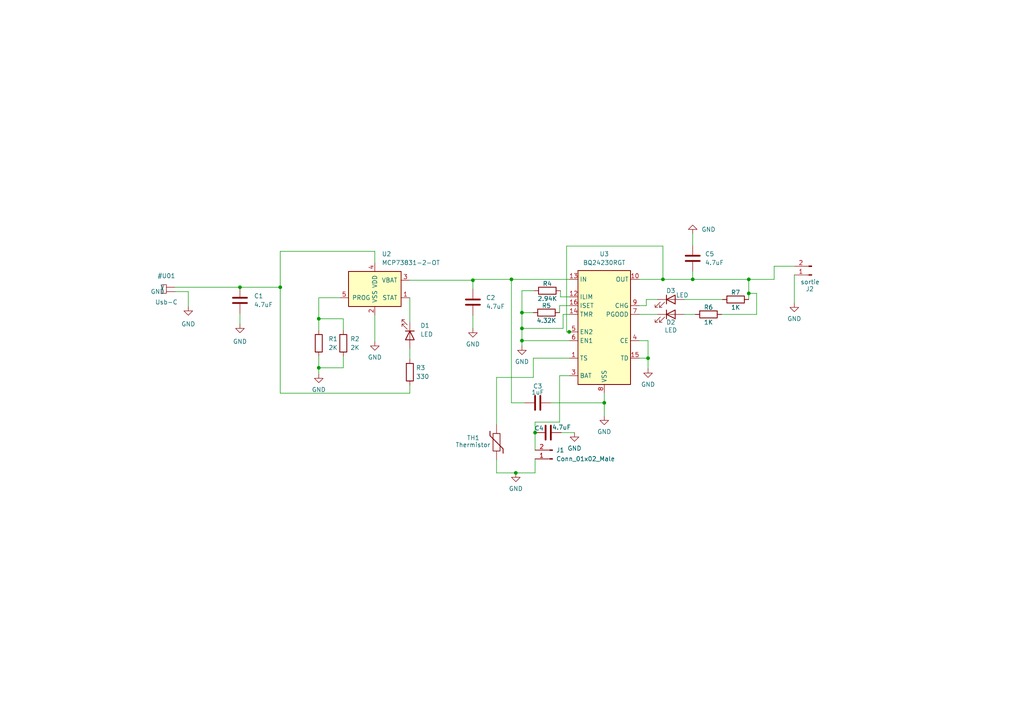
<source format=kicad_sch>
(kicad_sch (version 20211123) (generator eeschema)

  (uuid e63e39d7-6ac0-4ffd-8aa3-1841a4541b55)

  (paper "A4")

  (lib_symbols
    (symbol "Battery_Management:MCP73831-2-OT" (pin_names (offset 1.016)) (in_bom yes) (on_board yes)
      (property "Reference" "U" (id 0) (at -7.62 6.35 0)
        (effects (font (size 1.27 1.27)) (justify left))
      )
      (property "Value" "MCP73831-2-OT" (id 1) (at 1.27 6.35 0)
        (effects (font (size 1.27 1.27)) (justify left))
      )
      (property "Footprint" "Package_TO_SOT_SMD:SOT-23-5" (id 2) (at 1.27 -6.35 0)
        (effects (font (size 1.27 1.27) italic) (justify left) hide)
      )
      (property "Datasheet" "http://ww1.microchip.com/downloads/en/DeviceDoc/20001984g.pdf" (id 3) (at -3.81 -1.27 0)
        (effects (font (size 1.27 1.27)) hide)
      )
      (property "ki_keywords" "battery charger lithium" (id 4) (at 0 0 0)
        (effects (font (size 1.27 1.27)) hide)
      )
      (property "ki_description" "Single cell, Li-Ion/Li-Po charge management controller, 4.20V, Tri-State Status Output, in SOT23-5 package" (id 5) (at 0 0 0)
        (effects (font (size 1.27 1.27)) hide)
      )
      (property "ki_fp_filters" "SOT?23*" (id 6) (at 0 0 0)
        (effects (font (size 1.27 1.27)) hide)
      )
      (symbol "MCP73831-2-OT_0_1"
        (rectangle (start -7.62 5.08) (end 7.62 -5.08)
          (stroke (width 0.254) (type default) (color 0 0 0 0))
          (fill (type background))
        )
      )
      (symbol "MCP73831-2-OT_1_1"
        (pin output line (at 10.16 -2.54 180) (length 2.54)
          (name "STAT" (effects (font (size 1.27 1.27))))
          (number "1" (effects (font (size 1.27 1.27))))
        )
        (pin power_in line (at 0 -7.62 90) (length 2.54)
          (name "VSS" (effects (font (size 1.27 1.27))))
          (number "2" (effects (font (size 1.27 1.27))))
        )
        (pin power_out line (at 10.16 2.54 180) (length 2.54)
          (name "VBAT" (effects (font (size 1.27 1.27))))
          (number "3" (effects (font (size 1.27 1.27))))
        )
        (pin power_in line (at 0 7.62 270) (length 2.54)
          (name "VDD" (effects (font (size 1.27 1.27))))
          (number "4" (effects (font (size 1.27 1.27))))
        )
        (pin input line (at -10.16 -2.54 0) (length 2.54)
          (name "PROG" (effects (font (size 1.27 1.27))))
          (number "5" (effects (font (size 1.27 1.27))))
        )
      )
    )
    (symbol "Connector:Conn_01x02_Male" (pin_names (offset 1.016) hide) (in_bom yes) (on_board yes)
      (property "Reference" "J" (id 0) (at 0 2.54 0)
        (effects (font (size 1.27 1.27)))
      )
      (property "Value" "Conn_01x02_Male" (id 1) (at 0 -5.08 0)
        (effects (font (size 1.27 1.27)))
      )
      (property "Footprint" "" (id 2) (at 0 0 0)
        (effects (font (size 1.27 1.27)) hide)
      )
      (property "Datasheet" "~" (id 3) (at 0 0 0)
        (effects (font (size 1.27 1.27)) hide)
      )
      (property "ki_keywords" "connector" (id 4) (at 0 0 0)
        (effects (font (size 1.27 1.27)) hide)
      )
      (property "ki_description" "Generic connector, single row, 01x02, script generated (kicad-library-utils/schlib/autogen/connector/)" (id 5) (at 0 0 0)
        (effects (font (size 1.27 1.27)) hide)
      )
      (property "ki_fp_filters" "Connector*:*_1x??_*" (id 6) (at 0 0 0)
        (effects (font (size 1.27 1.27)) hide)
      )
      (symbol "Conn_01x02_Male_1_1"
        (polyline
          (pts
            (xy 1.27 -2.54)
            (xy 0.8636 -2.54)
          )
          (stroke (width 0.1524) (type default) (color 0 0 0 0))
          (fill (type none))
        )
        (polyline
          (pts
            (xy 1.27 0)
            (xy 0.8636 0)
          )
          (stroke (width 0.1524) (type default) (color 0 0 0 0))
          (fill (type none))
        )
        (rectangle (start 0.8636 -2.413) (end 0 -2.667)
          (stroke (width 0.1524) (type default) (color 0 0 0 0))
          (fill (type outline))
        )
        (rectangle (start 0.8636 0.127) (end 0 -0.127)
          (stroke (width 0.1524) (type default) (color 0 0 0 0))
          (fill (type outline))
        )
        (pin passive line (at 5.08 0 180) (length 3.81)
          (name "Pin_1" (effects (font (size 1.27 1.27))))
          (number "1" (effects (font (size 1.27 1.27))))
        )
        (pin passive line (at 5.08 -2.54 180) (length 3.81)
          (name "Pin_2" (effects (font (size 1.27 1.27))))
          (number "2" (effects (font (size 1.27 1.27))))
        )
      )
    )
    (symbol "Device:C" (pin_numbers hide) (pin_names (offset 0.254)) (in_bom yes) (on_board yes)
      (property "Reference" "C" (id 0) (at 0.635 2.54 0)
        (effects (font (size 1.27 1.27)) (justify left))
      )
      (property "Value" "C" (id 1) (at 0.635 -2.54 0)
        (effects (font (size 1.27 1.27)) (justify left))
      )
      (property "Footprint" "" (id 2) (at 0.9652 -3.81 0)
        (effects (font (size 1.27 1.27)) hide)
      )
      (property "Datasheet" "~" (id 3) (at 0 0 0)
        (effects (font (size 1.27 1.27)) hide)
      )
      (property "ki_keywords" "cap capacitor" (id 4) (at 0 0 0)
        (effects (font (size 1.27 1.27)) hide)
      )
      (property "ki_description" "Unpolarized capacitor" (id 5) (at 0 0 0)
        (effects (font (size 1.27 1.27)) hide)
      )
      (property "ki_fp_filters" "C_*" (id 6) (at 0 0 0)
        (effects (font (size 1.27 1.27)) hide)
      )
      (symbol "C_0_1"
        (polyline
          (pts
            (xy -2.032 -0.762)
            (xy 2.032 -0.762)
          )
          (stroke (width 0.508) (type default) (color 0 0 0 0))
          (fill (type none))
        )
        (polyline
          (pts
            (xy -2.032 0.762)
            (xy 2.032 0.762)
          )
          (stroke (width 0.508) (type default) (color 0 0 0 0))
          (fill (type none))
        )
      )
      (symbol "C_1_1"
        (pin passive line (at 0 3.81 270) (length 2.794)
          (name "~" (effects (font (size 1.27 1.27))))
          (number "1" (effects (font (size 1.27 1.27))))
        )
        (pin passive line (at 0 -3.81 90) (length 2.794)
          (name "~" (effects (font (size 1.27 1.27))))
          (number "2" (effects (font (size 1.27 1.27))))
        )
      )
    )
    (symbol "Device:LED" (pin_numbers hide) (pin_names (offset 1.016) hide) (in_bom yes) (on_board yes)
      (property "Reference" "D" (id 0) (at 0 2.54 0)
        (effects (font (size 1.27 1.27)))
      )
      (property "Value" "LED" (id 1) (at 0 -2.54 0)
        (effects (font (size 1.27 1.27)))
      )
      (property "Footprint" "" (id 2) (at 0 0 0)
        (effects (font (size 1.27 1.27)) hide)
      )
      (property "Datasheet" "~" (id 3) (at 0 0 0)
        (effects (font (size 1.27 1.27)) hide)
      )
      (property "ki_keywords" "LED diode" (id 4) (at 0 0 0)
        (effects (font (size 1.27 1.27)) hide)
      )
      (property "ki_description" "Light emitting diode" (id 5) (at 0 0 0)
        (effects (font (size 1.27 1.27)) hide)
      )
      (property "ki_fp_filters" "LED* LED_SMD:* LED_THT:*" (id 6) (at 0 0 0)
        (effects (font (size 1.27 1.27)) hide)
      )
      (symbol "LED_0_1"
        (polyline
          (pts
            (xy -1.27 -1.27)
            (xy -1.27 1.27)
          )
          (stroke (width 0.254) (type default) (color 0 0 0 0))
          (fill (type none))
        )
        (polyline
          (pts
            (xy -1.27 0)
            (xy 1.27 0)
          )
          (stroke (width 0) (type default) (color 0 0 0 0))
          (fill (type none))
        )
        (polyline
          (pts
            (xy 1.27 -1.27)
            (xy 1.27 1.27)
            (xy -1.27 0)
            (xy 1.27 -1.27)
          )
          (stroke (width 0.254) (type default) (color 0 0 0 0))
          (fill (type none))
        )
        (polyline
          (pts
            (xy -3.048 -0.762)
            (xy -4.572 -2.286)
            (xy -3.81 -2.286)
            (xy -4.572 -2.286)
            (xy -4.572 -1.524)
          )
          (stroke (width 0) (type default) (color 0 0 0 0))
          (fill (type none))
        )
        (polyline
          (pts
            (xy -1.778 -0.762)
            (xy -3.302 -2.286)
            (xy -2.54 -2.286)
            (xy -3.302 -2.286)
            (xy -3.302 -1.524)
          )
          (stroke (width 0) (type default) (color 0 0 0 0))
          (fill (type none))
        )
      )
      (symbol "LED_1_1"
        (pin passive line (at -3.81 0 0) (length 2.54)
          (name "K" (effects (font (size 1.27 1.27))))
          (number "1" (effects (font (size 1.27 1.27))))
        )
        (pin passive line (at 3.81 0 180) (length 2.54)
          (name "A" (effects (font (size 1.27 1.27))))
          (number "2" (effects (font (size 1.27 1.27))))
        )
      )
    )
    (symbol "Device:R" (pin_numbers hide) (pin_names (offset 0)) (in_bom yes) (on_board yes)
      (property "Reference" "R" (id 0) (at 2.032 0 90)
        (effects (font (size 1.27 1.27)))
      )
      (property "Value" "R" (id 1) (at 0 0 90)
        (effects (font (size 1.27 1.27)))
      )
      (property "Footprint" "" (id 2) (at -1.778 0 90)
        (effects (font (size 1.27 1.27)) hide)
      )
      (property "Datasheet" "~" (id 3) (at 0 0 0)
        (effects (font (size 1.27 1.27)) hide)
      )
      (property "ki_keywords" "R res resistor" (id 4) (at 0 0 0)
        (effects (font (size 1.27 1.27)) hide)
      )
      (property "ki_description" "Resistor" (id 5) (at 0 0 0)
        (effects (font (size 1.27 1.27)) hide)
      )
      (property "ki_fp_filters" "R_*" (id 6) (at 0 0 0)
        (effects (font (size 1.27 1.27)) hide)
      )
      (symbol "R_0_1"
        (rectangle (start -1.016 -2.54) (end 1.016 2.54)
          (stroke (width 0.254) (type default) (color 0 0 0 0))
          (fill (type none))
        )
      )
      (symbol "R_1_1"
        (pin passive line (at 0 3.81 270) (length 1.27)
          (name "~" (effects (font (size 1.27 1.27))))
          (number "1" (effects (font (size 1.27 1.27))))
        )
        (pin passive line (at 0 -3.81 90) (length 1.27)
          (name "~" (effects (font (size 1.27 1.27))))
          (number "2" (effects (font (size 1.27 1.27))))
        )
      )
    )
    (symbol "Device:Thermistor" (pin_numbers hide) (pin_names (offset 0)) (in_bom yes) (on_board yes)
      (property "Reference" "TH" (id 0) (at 2.54 1.27 90)
        (effects (font (size 1.27 1.27)))
      )
      (property "Value" "Thermistor" (id 1) (at -2.54 0 90)
        (effects (font (size 1.27 1.27)) (justify bottom))
      )
      (property "Footprint" "" (id 2) (at 0 0 0)
        (effects (font (size 1.27 1.27)) hide)
      )
      (property "Datasheet" "~" (id 3) (at 0 0 0)
        (effects (font (size 1.27 1.27)) hide)
      )
      (property "ki_keywords" "R res thermistor" (id 4) (at 0 0 0)
        (effects (font (size 1.27 1.27)) hide)
      )
      (property "ki_description" "Temperature dependent resistor" (id 5) (at 0 0 0)
        (effects (font (size 1.27 1.27)) hide)
      )
      (property "ki_fp_filters" "R_*" (id 6) (at 0 0 0)
        (effects (font (size 1.27 1.27)) hide)
      )
      (symbol "Thermistor_0_1"
        (rectangle (start -1.016 2.54) (end 1.016 -2.54)
          (stroke (width 0.2032) (type default) (color 0 0 0 0))
          (fill (type none))
        )
        (polyline
          (pts
            (xy -1.905 3.175)
            (xy -1.905 1.905)
            (xy 1.905 -1.905)
            (xy 1.905 -3.175)
            (xy 1.905 -3.175)
          )
          (stroke (width 0.254) (type default) (color 0 0 0 0))
          (fill (type none))
        )
      )
      (symbol "Thermistor_1_1"
        (pin passive line (at 0 5.08 270) (length 2.54)
          (name "~" (effects (font (size 1.27 1.27))))
          (number "1" (effects (font (size 1.27 1.27))))
        )
        (pin passive line (at 0 -5.08 90) (length 2.54)
          (name "~" (effects (font (size 1.27 1.27))))
          (number "2" (effects (font (size 1.27 1.27))))
        )
      )
    )
    (symbol "Power_Management:BQ24230RGT" (in_bom yes) (on_board yes)
      (property "Reference" "U" (id 0) (at -8.89 19.05 0)
        (effects (font (size 1.27 1.27)))
      )
      (property "Value" "BQ24230RGT" (id 1) (at 5.08 19.05 0)
        (effects (font (size 1.27 1.27)))
      )
      (property "Footprint" "Package_DFN_QFN:VQFN-16-1EP_3x3mm_P0.5mm_EP1.68x1.68mm_ThermalVias" (id 2) (at 2.54 -32.385 0)
        (effects (font (size 1.27 1.27)) hide)
      )
      (property "Datasheet" "http://www.ti.com/cn/lit/ds/symlink/bq24230.pdf" (id 3) (at -6.35 19.05 0)
        (effects (font (size 1.27 1.27)) hide)
      )
      (property "ki_keywords" "Lithium-ion battery charger" (id 4) (at 0 0 0)
        (effects (font (size 1.27 1.27)) hide)
      )
      (property "ki_description" "USB-Friendly Lithium-Ion Battery Charger And Power-Path Management IC, VQFN-16" (id 5) (at 0 0 0)
        (effects (font (size 1.27 1.27)) hide)
      )
      (property "ki_fp_filters" "VQFN*1EP*3x3mm*P0.5mm*" (id 6) (at 0 0 0)
        (effects (font (size 1.27 1.27)) hide)
      )
      (symbol "BQ24230RGT_0_1"
        (rectangle (start -7.62 17.78) (end 7.62 -15.24)
          (stroke (width 0.254) (type default) (color 0 0 0 0))
          (fill (type background))
        )
      )
      (symbol "BQ24230RGT_1_1"
        (pin passive line (at -10.16 -7.62 0) (length 2.54)
          (name "TS" (effects (font (size 1.27 1.27))))
          (number "1" (effects (font (size 1.27 1.27))))
        )
        (pin power_out line (at 10.16 15.24 180) (length 2.54)
          (name "OUT" (effects (font (size 1.27 1.27))))
          (number "10" (effects (font (size 1.27 1.27))))
        )
        (pin passive line (at 10.16 15.24 180) (length 2.54) hide
          (name "OUT" (effects (font (size 1.27 1.27))))
          (number "11" (effects (font (size 1.27 1.27))))
        )
        (pin passive line (at -10.16 10.16 0) (length 2.54)
          (name "ILIM" (effects (font (size 1.27 1.27))))
          (number "12" (effects (font (size 1.27 1.27))))
        )
        (pin power_in line (at -10.16 15.24 0) (length 2.54)
          (name "IN" (effects (font (size 1.27 1.27))))
          (number "13" (effects (font (size 1.27 1.27))))
        )
        (pin passive line (at -10.16 5.08 0) (length 2.54)
          (name "TMR" (effects (font (size 1.27 1.27))))
          (number "14" (effects (font (size 1.27 1.27))))
        )
        (pin input line (at 10.16 -7.62 180) (length 2.54)
          (name "TD" (effects (font (size 1.27 1.27))))
          (number "15" (effects (font (size 1.27 1.27))))
        )
        (pin passive line (at -10.16 7.62 0) (length 2.54)
          (name "ISET" (effects (font (size 1.27 1.27))))
          (number "16" (effects (font (size 1.27 1.27))))
        )
        (pin passive line (at 0 -17.78 90) (length 2.54) hide
          (name "VSS" (effects (font (size 1.27 1.27))))
          (number "17" (effects (font (size 1.27 1.27))))
        )
        (pin bidirectional line (at -10.16 -12.7 0) (length 2.54) hide
          (name "BAT" (effects (font (size 1.27 1.27))))
          (number "2" (effects (font (size 1.27 1.27))))
        )
        (pin bidirectional line (at -10.16 -12.7 0) (length 2.54)
          (name "BAT" (effects (font (size 1.27 1.27))))
          (number "3" (effects (font (size 1.27 1.27))))
        )
        (pin input line (at 10.16 -2.54 180) (length 2.54)
          (name "CE" (effects (font (size 1.27 1.27))))
          (number "4" (effects (font (size 1.27 1.27))))
        )
        (pin input line (at -10.16 0 0) (length 2.54)
          (name "EN2" (effects (font (size 1.27 1.27))))
          (number "5" (effects (font (size 1.27 1.27))))
        )
        (pin input line (at -10.16 -2.54 0) (length 2.54)
          (name "EN1" (effects (font (size 1.27 1.27))))
          (number "6" (effects (font (size 1.27 1.27))))
        )
        (pin open_collector line (at 10.16 5.08 180) (length 2.54)
          (name "PGOOD" (effects (font (size 1.27 1.27))))
          (number "7" (effects (font (size 1.27 1.27))))
        )
        (pin power_in line (at 0 -17.78 90) (length 2.54)
          (name "VSS" (effects (font (size 1.27 1.27))))
          (number "8" (effects (font (size 1.27 1.27))))
        )
        (pin open_collector line (at 10.16 7.62 180) (length 2.54)
          (name "CHG" (effects (font (size 1.27 1.27))))
          (number "9" (effects (font (size 1.27 1.27))))
        )
      )
    )
    (symbol "Usb-C:Usb-C" (power) (in_bom no) (on_board no)
      (property "Reference" "U" (id 0) (at 0 0 0)
        (effects (font (size 1.27 1.27)))
      )
      (property "Value" "Usb-C" (id 1) (at 0 -5.08 0)
        (effects (font (size 1.27 1.27)))
      )
      (property "Footprint" "" (id 2) (at 0 0 0)
        (effects (font (size 1.27 1.27)) hide)
      )
      (property "Datasheet" "" (id 3) (at 0 0 0)
        (effects (font (size 1.27 1.27)) hide)
      )
      (symbol "Usb-C_0_1"
        (rectangle (start -1.27 -1.27) (end 0 -3.81)
          (stroke (width 0) (type default) (color 0 0 0 0))
          (fill (type none))
        )
      )
      (symbol "Usb-C_1_1"
        (pin output line (at 2.54 -3.302 180) (length 2.54)
          (name "GND" (effects (font (size 1.27 1.27))))
          (number "" (effects (font (size 1.27 1.27))))
        )
        (pin output line (at 2.54 -2.032 180) (length 2.54)
          (name "V" (effects (font (size 1.27 1.27))))
          (number "" (effects (font (size 1.27 1.27))))
        )
      )
    )
    (symbol "power:GND" (power) (pin_names (offset 0)) (in_bom yes) (on_board yes)
      (property "Reference" "#PWR" (id 0) (at 0 -6.35 0)
        (effects (font (size 1.27 1.27)) hide)
      )
      (property "Value" "GND" (id 1) (at 0 -3.81 0)
        (effects (font (size 1.27 1.27)))
      )
      (property "Footprint" "" (id 2) (at 0 0 0)
        (effects (font (size 1.27 1.27)) hide)
      )
      (property "Datasheet" "" (id 3) (at 0 0 0)
        (effects (font (size 1.27 1.27)) hide)
      )
      (property "ki_keywords" "power-flag" (id 4) (at 0 0 0)
        (effects (font (size 1.27 1.27)) hide)
      )
      (property "ki_description" "Power symbol creates a global label with name \"GND\" , ground" (id 5) (at 0 0 0)
        (effects (font (size 1.27 1.27)) hide)
      )
      (symbol "GND_0_1"
        (polyline
          (pts
            (xy 0 0)
            (xy 0 -1.27)
            (xy 1.27 -1.27)
            (xy 0 -2.54)
            (xy -1.27 -1.27)
            (xy 0 -1.27)
          )
          (stroke (width 0) (type default) (color 0 0 0 0))
          (fill (type none))
        )
      )
      (symbol "GND_1_1"
        (pin power_in line (at 0 0 270) (length 0) hide
          (name "GND" (effects (font (size 1.27 1.27))))
          (number "1" (effects (font (size 1.27 1.27))))
        )
      )
    )
  )

  (junction (at 148.336 81.026) (diameter 0) (color 0 0 0 0)
    (uuid 02658bbf-6b1e-4944-b33e-589c33febff3)
  )
  (junction (at 175.26 116.84) (diameter 0) (color 0 0 0 0)
    (uuid 248f7bd6-db4b-40a5-8652-c408e015f193)
  )
  (junction (at 151.384 90.678) (diameter 0) (color 0 0 0 0)
    (uuid 2634e853-1c25-4f15-bebe-c0cd771b72db)
  )
  (junction (at 200.914 81.026) (diameter 0) (color 0 0 0 0)
    (uuid 564c9ad3-b2b5-41dc-abec-b2e43f2c1e1a)
  )
  (junction (at 151.384 98.806) (diameter 0) (color 0 0 0 0)
    (uuid 57b7e959-74b0-4431-a0d4-bdcf31c885c7)
  )
  (junction (at 151.384 95.25) (diameter 0) (color 0 0 0 0)
    (uuid 5da04b09-e6c9-4220-8d42-89641c6b35ba)
  )
  (junction (at 92.456 106.68) (diameter 0) (color 0 0 0 0)
    (uuid 62c3addf-c2eb-4c1b-bb24-9393f523751d)
  )
  (junction (at 137.16 81.28) (diameter 0) (color 0 0 0 0)
    (uuid 6c0acaa3-624f-4995-86e1-4d1d0109829a)
  )
  (junction (at 155.194 125.476) (diameter 0) (color 0 0 0 0)
    (uuid 71510cd0-ae9c-4234-a987-354899589439)
  )
  (junction (at 81.28 83.312) (diameter 0) (color 0 0 0 0)
    (uuid 78ab5a3e-7bc2-4bb7-bf39-67bc00c7c5ee)
  )
  (junction (at 187.96 103.886) (diameter 0) (color 0 0 0 0)
    (uuid 8942ff2e-96b1-4904-9582-aab80009c6eb)
  )
  (junction (at 92.456 92.456) (diameter 0) (color 0 0 0 0)
    (uuid ae8cb098-64ac-4ca4-a1ae-31b8e96f60b3)
  )
  (junction (at 217.17 85.09) (diameter 0) (color 0 0 0 0)
    (uuid b8f338b4-2cf8-40f4-86e6-fe0828e795a8)
  )
  (junction (at 149.606 137.16) (diameter 0) (color 0 0 0 0)
    (uuid bfbc24fd-5ffc-492a-9da2-08b7d01afc69)
  )
  (junction (at 192.278 81.026) (diameter 0) (color 0 0 0 0)
    (uuid c7d538be-6dee-4838-b8c9-b08083be9842)
  )
  (junction (at 217.17 81.026) (diameter 0) (color 0 0 0 0)
    (uuid d20de3fb-24be-4e96-b919-18db278ed557)
  )
  (junction (at 165.1 96.266) (diameter 0) (color 0 0 0 0)
    (uuid d3e2acf4-229c-44d1-961d-7b5a0585a1aa)
  )
  (junction (at 69.596 83.312) (diameter 0) (color 0 0 0 0)
    (uuid e6cbab74-f7ec-47b8-aca6-891de3c69c25)
  )

  (wire (pts (xy 200.914 78.74) (xy 200.914 81.026))
    (stroke (width 0) (type default) (color 0 0 0 0))
    (uuid 00b2861a-b8f3-4dc1-ba3c-7631b8afcf7a)
  )
  (wire (pts (xy 165.1 88.646) (xy 162.306 88.646))
    (stroke (width 0) (type default) (color 0 0 0 0))
    (uuid 00ebf0d2-e181-413d-a653-282b148c3623)
  )
  (wire (pts (xy 175.26 114.046) (xy 175.26 116.84))
    (stroke (width 0) (type default) (color 0 0 0 0))
    (uuid 01826ae7-06f9-474f-af84-b6cf82b58952)
  )
  (wire (pts (xy 154.94 84.328) (xy 151.384 84.328))
    (stroke (width 0) (type default) (color 0 0 0 0))
    (uuid 01cfeae0-9e8f-49e3-9a59-4a4b938edd62)
  )
  (wire (pts (xy 209.296 91.186) (xy 219.456 91.186))
    (stroke (width 0) (type default) (color 0 0 0 0))
    (uuid 01ff1316-2a77-47e1-b642-b8fedb82c7bd)
  )
  (wire (pts (xy 151.384 90.678) (xy 154.686 90.678))
    (stroke (width 0) (type default) (color 0 0 0 0))
    (uuid 02b6b095-de18-4cf3-a7b7-694cd3fbd0cc)
  )
  (wire (pts (xy 192.278 71.374) (xy 192.278 81.026))
    (stroke (width 0) (type default) (color 0 0 0 0))
    (uuid 05bc1857-186c-4baa-bf43-5668155be37b)
  )
  (wire (pts (xy 224.536 77.216) (xy 230.378 77.216))
    (stroke (width 0) (type default) (color 0 0 0 0))
    (uuid 09f030c2-9f36-419b-937e-b13a48ba55b2)
  )
  (wire (pts (xy 108.712 91.44) (xy 108.712 99.06))
    (stroke (width 0) (type default) (color 0 0 0 0))
    (uuid 0a689cff-3b5b-4abf-bd51-65a90f24c556)
  )
  (wire (pts (xy 164.338 96.266) (xy 164.338 71.374))
    (stroke (width 0) (type default) (color 0 0 0 0))
    (uuid 17fd458f-8b1e-405d-9cfb-815fcdea6159)
  )
  (wire (pts (xy 69.596 90.932) (xy 69.596 93.98))
    (stroke (width 0) (type default) (color 0 0 0 0))
    (uuid 1f0b69b2-e3db-4041-b3d8-26731adb0d1c)
  )
  (wire (pts (xy 162.306 88.646) (xy 162.306 90.678))
    (stroke (width 0) (type default) (color 0 0 0 0))
    (uuid 20fc697b-9b71-411f-b710-937f2bfe1f4e)
  )
  (wire (pts (xy 81.28 114.046) (xy 118.872 114.046))
    (stroke (width 0) (type default) (color 0 0 0 0))
    (uuid 21135921-f628-473e-9597-c659e857e269)
  )
  (wire (pts (xy 185.42 98.806) (xy 187.96 98.806))
    (stroke (width 0) (type default) (color 0 0 0 0))
    (uuid 24414749-57e5-4fd2-910a-e40f82e47430)
  )
  (wire (pts (xy 217.17 81.026) (xy 217.17 85.09))
    (stroke (width 0) (type default) (color 0 0 0 0))
    (uuid 24d1089a-b466-4b27-a267-635de81a807c)
  )
  (wire (pts (xy 185.42 81.026) (xy 192.278 81.026))
    (stroke (width 0) (type default) (color 0 0 0 0))
    (uuid 251c4a06-e6e2-48e5-bb50-25fffb36f40c)
  )
  (wire (pts (xy 118.872 114.046) (xy 118.872 111.76))
    (stroke (width 0) (type default) (color 0 0 0 0))
    (uuid 26597cc9-17bc-4b7e-81a3-e5db0d1d23f0)
  )
  (wire (pts (xy 81.28 83.312) (xy 81.28 72.898))
    (stroke (width 0) (type default) (color 0 0 0 0))
    (uuid 2aa19955-da3b-4e25-9d1c-366151dc5028)
  )
  (wire (pts (xy 185.42 103.886) (xy 187.96 103.886))
    (stroke (width 0) (type default) (color 0 0 0 0))
    (uuid 31f68364-bf20-46f0-840c-e638ecc745fc)
  )
  (wire (pts (xy 155.194 133.096) (xy 155.194 137.16))
    (stroke (width 0) (type default) (color 0 0 0 0))
    (uuid 32c83c36-185a-47a0-af60-3c8ffbfda7bf)
  )
  (wire (pts (xy 137.16 81.026) (xy 137.16 81.28))
    (stroke (width 0) (type default) (color 0 0 0 0))
    (uuid 36115e06-87e2-4bde-b092-69480f1fc033)
  )
  (wire (pts (xy 92.456 106.68) (xy 92.456 108.458))
    (stroke (width 0) (type default) (color 0 0 0 0))
    (uuid 37c78ba2-41d4-4cf2-ac74-cb6815660844)
  )
  (wire (pts (xy 165.1 96.266) (xy 164.338 96.266))
    (stroke (width 0) (type default) (color 0 0 0 0))
    (uuid 3ac09705-98bc-4ed9-a5d5-e65c00951936)
  )
  (wire (pts (xy 185.42 88.646) (xy 187.452 88.646))
    (stroke (width 0) (type default) (color 0 0 0 0))
    (uuid 3b61f3d2-1f97-4967-bb1d-3866a9796067)
  )
  (wire (pts (xy 148.336 81.026) (xy 137.16 81.026))
    (stroke (width 0) (type default) (color 0 0 0 0))
    (uuid 3c40b84f-ea0b-4f02-be86-a89b4a6a07a0)
  )
  (wire (pts (xy 200.914 81.026) (xy 217.17 81.026))
    (stroke (width 0) (type default) (color 0 0 0 0))
    (uuid 3c6e556f-4354-4f9d-8394-e470d979a1e2)
  )
  (wire (pts (xy 149.606 137.16) (xy 155.194 137.16))
    (stroke (width 0) (type default) (color 0 0 0 0))
    (uuid 3eaacfc7-76e5-4115-90cc-1e9b70df3875)
  )
  (wire (pts (xy 165.1 91.186) (xy 163.322 91.186))
    (stroke (width 0) (type default) (color 0 0 0 0))
    (uuid 3f0ba874-b8ef-46ec-a339-c4a68d36a563)
  )
  (wire (pts (xy 99.568 92.456) (xy 99.568 95.758))
    (stroke (width 0) (type default) (color 0 0 0 0))
    (uuid 3fb70b85-db67-4f8a-a209-399b13446212)
  )
  (wire (pts (xy 118.872 86.36) (xy 118.872 93.472))
    (stroke (width 0) (type default) (color 0 0 0 0))
    (uuid 44bbbd47-bd28-48de-8755-f6643d622b7e)
  )
  (wire (pts (xy 144.018 137.16) (xy 149.606 137.16))
    (stroke (width 0) (type default) (color 0 0 0 0))
    (uuid 499115fd-0ef1-40b1-8a9a-304f29693eb2)
  )
  (wire (pts (xy 162.56 86.106) (xy 162.56 84.328))
    (stroke (width 0) (type default) (color 0 0 0 0))
    (uuid 4dc4450f-1df3-49c3-8b52-aa6683b5d505)
  )
  (wire (pts (xy 92.456 92.456) (xy 99.568 92.456))
    (stroke (width 0) (type default) (color 0 0 0 0))
    (uuid 555fd684-9a58-4921-bd99-3bf42d5279c2)
  )
  (wire (pts (xy 163.322 91.186) (xy 163.322 95.25))
    (stroke (width 0) (type default) (color 0 0 0 0))
    (uuid 55d4fb90-e3f7-4aea-8ce2-7043fed87730)
  )
  (wire (pts (xy 219.456 91.186) (xy 219.456 85.09))
    (stroke (width 0) (type default) (color 0 0 0 0))
    (uuid 55f4debf-3a8d-436a-86fd-7b342ea40f16)
  )
  (wire (pts (xy 81.28 72.898) (xy 108.712 72.898))
    (stroke (width 0) (type default) (color 0 0 0 0))
    (uuid 5b9c4201-ec56-4a15-abcd-f7a2fbfb5b95)
  )
  (wire (pts (xy 98.552 86.36) (xy 92.456 86.36))
    (stroke (width 0) (type default) (color 0 0 0 0))
    (uuid 5bc6fb50-7b8d-43e7-8eca-d27e9401e5a4)
  )
  (wire (pts (xy 144.018 109.474) (xy 144.018 123.19))
    (stroke (width 0) (type default) (color 0 0 0 0))
    (uuid 61ec5210-6dc4-4723-b107-7c4efd13f978)
  )
  (wire (pts (xy 219.456 85.09) (xy 217.17 85.09))
    (stroke (width 0) (type default) (color 0 0 0 0))
    (uuid 6277a910-1cc1-4d3c-a062-aaeaac7faa12)
  )
  (wire (pts (xy 137.16 81.28) (xy 137.16 83.82))
    (stroke (width 0) (type default) (color 0 0 0 0))
    (uuid 631af6f5-0cf9-4749-a133-6b4620d37bf8)
  )
  (wire (pts (xy 99.568 103.378) (xy 99.568 106.68))
    (stroke (width 0) (type default) (color 0 0 0 0))
    (uuid 68279eb3-1f6b-40b2-a9da-e85c2061af01)
  )
  (wire (pts (xy 151.384 90.678) (xy 151.384 95.25))
    (stroke (width 0) (type default) (color 0 0 0 0))
    (uuid 6b8f1224-f5a8-47c9-b5ee-c26bba5f68a3)
  )
  (wire (pts (xy 99.568 106.68) (xy 92.456 106.68))
    (stroke (width 0) (type default) (color 0 0 0 0))
    (uuid 6cecdb7d-9547-4fa0-aa66-4024db761f29)
  )
  (wire (pts (xy 192.278 81.026) (xy 200.914 81.026))
    (stroke (width 0) (type default) (color 0 0 0 0))
    (uuid 73d34315-e85a-4823-bf8e-32fcdabbd9be)
  )
  (wire (pts (xy 154.686 109.474) (xy 144.018 109.474))
    (stroke (width 0) (type default) (color 0 0 0 0))
    (uuid 75bbe3fe-b0d0-42df-97e6-5294b42f3ee4)
  )
  (wire (pts (xy 54.61 84.582) (xy 54.61 88.9))
    (stroke (width 0) (type default) (color 0 0 0 0))
    (uuid 80913f86-393a-46cc-9cdc-441ae9cc10a1)
  )
  (wire (pts (xy 165.1 98.806) (xy 151.384 98.806))
    (stroke (width 0) (type default) (color 0 0 0 0))
    (uuid 8439f9cc-8899-4379-8993-b7d5d2729e35)
  )
  (wire (pts (xy 152.146 116.84) (xy 148.336 116.84))
    (stroke (width 0) (type default) (color 0 0 0 0))
    (uuid 84977e32-dddb-4234-a567-e1e9c75d8f8b)
  )
  (wire (pts (xy 151.384 98.806) (xy 151.384 100.33))
    (stroke (width 0) (type default) (color 0 0 0 0))
    (uuid 87a37419-5052-4516-b9c1-eb2652e74190)
  )
  (wire (pts (xy 200.914 67.818) (xy 200.914 71.12))
    (stroke (width 0) (type default) (color 0 0 0 0))
    (uuid 881e1ebd-c948-4bf8-9b62-fc9d813840e5)
  )
  (wire (pts (xy 217.17 81.026) (xy 224.536 81.026))
    (stroke (width 0) (type default) (color 0 0 0 0))
    (uuid 8c78b48f-94fe-4491-aaef-9d7ed4b1b0f8)
  )
  (wire (pts (xy 187.96 103.886) (xy 187.96 106.934))
    (stroke (width 0) (type default) (color 0 0 0 0))
    (uuid 8d3f17a9-d7f9-429a-bab4-601f00edaa69)
  )
  (wire (pts (xy 155.194 125.476) (xy 155.194 122.428))
    (stroke (width 0) (type default) (color 0 0 0 0))
    (uuid 8db8e9fc-e319-4b7e-9109-ca5d3ad079dc)
  )
  (wire (pts (xy 118.872 101.092) (xy 118.872 104.14))
    (stroke (width 0) (type default) (color 0 0 0 0))
    (uuid 9130f125-1718-4281-834c-35d5715bc6e5)
  )
  (wire (pts (xy 155.194 130.556) (xy 155.194 125.476))
    (stroke (width 0) (type default) (color 0 0 0 0))
    (uuid 921dfc91-5eda-4a9c-81a4-92df2c6f0161)
  )
  (wire (pts (xy 151.384 84.328) (xy 151.384 90.678))
    (stroke (width 0) (type default) (color 0 0 0 0))
    (uuid 923441fd-b3cd-4e3d-868f-4e1aeab4a77b)
  )
  (wire (pts (xy 165.1 86.106) (xy 162.56 86.106))
    (stroke (width 0) (type default) (color 0 0 0 0))
    (uuid 92b9217c-6032-4182-89f2-8ef2918500f8)
  )
  (wire (pts (xy 217.17 85.09) (xy 217.17 86.868))
    (stroke (width 0) (type default) (color 0 0 0 0))
    (uuid 9496e5f2-4d1c-4764-9adc-b05749f1e466)
  )
  (wire (pts (xy 187.96 98.806) (xy 187.96 103.886))
    (stroke (width 0) (type default) (color 0 0 0 0))
    (uuid 968ddff4-ab96-42bc-a944-1279581dc9f8)
  )
  (wire (pts (xy 81.28 83.312) (xy 81.28 114.046))
    (stroke (width 0) (type default) (color 0 0 0 0))
    (uuid 96d53c01-571e-4382-a0ab-b365e884d67e)
  )
  (wire (pts (xy 137.16 91.44) (xy 137.16 95.25))
    (stroke (width 0) (type default) (color 0 0 0 0))
    (uuid 9c921ef5-b738-4ba8-b47e-6f3bd802f49b)
  )
  (wire (pts (xy 175.26 116.84) (xy 175.26 120.65))
    (stroke (width 0) (type default) (color 0 0 0 0))
    (uuid 9fab7e8e-434c-4a38-9c68-73d99a9ffe1f)
  )
  (wire (pts (xy 92.456 86.36) (xy 92.456 92.456))
    (stroke (width 0) (type default) (color 0 0 0 0))
    (uuid 9ffd4f5d-5fd4-40b8-b1f6-084bd6e711bc)
  )
  (wire (pts (xy 148.336 116.84) (xy 148.336 81.026))
    (stroke (width 0) (type default) (color 0 0 0 0))
    (uuid a116905f-8775-427c-8b92-9e8107393058)
  )
  (wire (pts (xy 155.194 122.428) (xy 162.306 122.428))
    (stroke (width 0) (type default) (color 0 0 0 0))
    (uuid a1adcbf8-ded3-4c17-9170-2d8a3219364b)
  )
  (wire (pts (xy 230.378 79.756) (xy 230.378 87.884))
    (stroke (width 0) (type default) (color 0 0 0 0))
    (uuid a5fdceea-76d8-4092-aed1-7adf29ee24cb)
  )
  (wire (pts (xy 162.306 122.428) (xy 162.306 108.966))
    (stroke (width 0) (type default) (color 0 0 0 0))
    (uuid a66e0b1a-9a06-48e5-9a92-a4dbee6dcc3d)
  )
  (wire (pts (xy 187.452 88.646) (xy 187.452 86.868))
    (stroke (width 0) (type default) (color 0 0 0 0))
    (uuid acc3e91c-e365-4b4c-8e45-6480e5dcf650)
  )
  (wire (pts (xy 198.374 86.868) (xy 209.55 86.868))
    (stroke (width 0) (type default) (color 0 0 0 0))
    (uuid b24d68c0-9a71-45fc-8c10-1d48863ecca1)
  )
  (wire (pts (xy 162.306 108.966) (xy 165.1 108.966))
    (stroke (width 0) (type default) (color 0 0 0 0))
    (uuid b9eafeb7-69ec-4f8b-ad35-f89647f52791)
  )
  (wire (pts (xy 165.1 81.026) (xy 148.336 81.026))
    (stroke (width 0) (type default) (color 0 0 0 0))
    (uuid be3b8f40-9d0f-4d4a-b80c-1c3b192c0043)
  )
  (wire (pts (xy 118.872 81.28) (xy 137.16 81.28))
    (stroke (width 0) (type default) (color 0 0 0 0))
    (uuid ca7beae4-9b19-4ddb-9cfb-c849340d632e)
  )
  (wire (pts (xy 163.322 95.25) (xy 151.384 95.25))
    (stroke (width 0) (type default) (color 0 0 0 0))
    (uuid cb692ef4-93ff-43b4-8a3f-02107d238108)
  )
  (wire (pts (xy 185.42 91.186) (xy 190.754 91.186))
    (stroke (width 0) (type default) (color 0 0 0 0))
    (uuid cfc458a6-b96e-4080-9f1c-6a27d6f1b8f3)
  )
  (wire (pts (xy 108.712 72.898) (xy 108.712 76.2))
    (stroke (width 0) (type default) (color 0 0 0 0))
    (uuid d29bb7e0-bdde-47dd-accd-eed9a5c9965e)
  )
  (wire (pts (xy 224.536 81.026) (xy 224.536 77.216))
    (stroke (width 0) (type default) (color 0 0 0 0))
    (uuid d2cbb2ef-4098-4d10-8c60-a1c3d644f78f)
  )
  (wire (pts (xy 154.686 103.886) (xy 154.686 109.474))
    (stroke (width 0) (type default) (color 0 0 0 0))
    (uuid d687e63a-4e87-4fc3-a083-3916576e7a6b)
  )
  (wire (pts (xy 187.452 86.868) (xy 190.754 86.868))
    (stroke (width 0) (type default) (color 0 0 0 0))
    (uuid da4d91fc-565b-47b5-9908-03bfc4132da8)
  )
  (wire (pts (xy 198.374 91.186) (xy 201.676 91.186))
    (stroke (width 0) (type default) (color 0 0 0 0))
    (uuid da73716f-8926-4c23-93e3-24bb9da5295c)
  )
  (wire (pts (xy 50.8 83.312) (xy 69.596 83.312))
    (stroke (width 0) (type default) (color 0 0 0 0))
    (uuid dc4da47b-5b08-4122-a2d8-4b8a7f4d4fc4)
  )
  (wire (pts (xy 92.456 92.456) (xy 92.456 95.758))
    (stroke (width 0) (type default) (color 0 0 0 0))
    (uuid dd45bbe4-d19f-41d4-9209-a58de20dfd95)
  )
  (wire (pts (xy 50.8 84.582) (xy 54.61 84.582))
    (stroke (width 0) (type default) (color 0 0 0 0))
    (uuid df8abdc5-3bdc-49c6-9cb0-74a7298fc023)
  )
  (wire (pts (xy 69.596 83.312) (xy 81.28 83.312))
    (stroke (width 0) (type default) (color 0 0 0 0))
    (uuid e040de65-72fc-4673-ad51-0031cb5c722c)
  )
  (wire (pts (xy 151.384 95.25) (xy 151.384 98.806))
    (stroke (width 0) (type default) (color 0 0 0 0))
    (uuid e906e1b0-a12a-4000-9f34-0170766c12b8)
  )
  (wire (pts (xy 162.814 125.476) (xy 166.624 125.476))
    (stroke (width 0) (type default) (color 0 0 0 0))
    (uuid f026db2e-7dd1-49f2-8087-7eda84f1330c)
  )
  (wire (pts (xy 144.018 133.35) (xy 144.018 137.16))
    (stroke (width 0) (type default) (color 0 0 0 0))
    (uuid f4fb2bfb-a165-4c01-a189-6d8a5bec5478)
  )
  (wire (pts (xy 165.354 96.266) (xy 165.1 96.266))
    (stroke (width 0) (type default) (color 0 0 0 0))
    (uuid f574ee38-a23c-4d01-9afb-015518a85f40)
  )
  (wire (pts (xy 164.338 71.374) (xy 192.278 71.374))
    (stroke (width 0) (type default) (color 0 0 0 0))
    (uuid f7e07237-9657-4a93-b824-2592998f63e4)
  )
  (wire (pts (xy 92.456 103.378) (xy 92.456 106.68))
    (stroke (width 0) (type default) (color 0 0 0 0))
    (uuid f809d562-1b5d-4706-9739-329e77e37730)
  )
  (wire (pts (xy 159.766 116.84) (xy 175.26 116.84))
    (stroke (width 0) (type default) (color 0 0 0 0))
    (uuid f86e1b1a-8c10-4e87-9911-ad45c04169a9)
  )
  (wire (pts (xy 165.1 103.886) (xy 154.686 103.886))
    (stroke (width 0) (type default) (color 0 0 0 0))
    (uuid f988acf9-246e-49cc-9996-858ffbf2544c)
  )

  (symbol (lib_id "Device:R") (at 92.456 99.568 0) (unit 1)
    (in_bom yes) (on_board yes) (fields_autoplaced)
    (uuid 0ee42c35-6189-43b9-ad0f-d10b4d9f9949)
    (property "Reference" "R1" (id 0) (at 95.25 98.2979 0)
      (effects (font (size 1.27 1.27)) (justify left))
    )
    (property "Value" "" (id 1) (at 95.25 100.8379 0)
      (effects (font (size 1.27 1.27)) (justify left))
    )
    (property "Footprint" "" (id 2) (at 90.678 99.568 90)
      (effects (font (size 1.27 1.27)) hide)
    )
    (property "Datasheet" "~" (id 3) (at 92.456 99.568 0)
      (effects (font (size 1.27 1.27)) hide)
    )
    (pin "1" (uuid 5d567197-105f-4ed3-a4d4-dfc5e32b2ccc))
    (pin "2" (uuid e6678061-3f1c-4e50-9205-8033ad888705))
  )

  (symbol (lib_id "power:GND") (at 149.606 137.16 0) (unit 1)
    (in_bom yes) (on_board yes) (fields_autoplaced)
    (uuid 19452734-d8ad-4927-b086-800efea284ea)
    (property "Reference" "#PWR0111" (id 0) (at 149.606 143.51 0)
      (effects (font (size 1.27 1.27)) hide)
    )
    (property "Value" "GND" (id 1) (at 149.606 141.732 0))
    (property "Footprint" "" (id 2) (at 149.606 137.16 0)
      (effects (font (size 1.27 1.27)) hide)
    )
    (property "Datasheet" "" (id 3) (at 149.606 137.16 0)
      (effects (font (size 1.27 1.27)) hide)
    )
    (pin "1" (uuid 804ff8a9-d80f-4105-af50-57db0b13f261))
  )

  (symbol (lib_id "power:GND") (at 137.16 95.25 0) (unit 1)
    (in_bom yes) (on_board yes) (fields_autoplaced)
    (uuid 254c82fa-99dd-48a7-84cd-dac3e456d4a8)
    (property "Reference" "#PWR0105" (id 0) (at 137.16 101.6 0)
      (effects (font (size 1.27 1.27)) hide)
    )
    (property "Value" "GND" (id 1) (at 137.16 99.822 0))
    (property "Footprint" "" (id 2) (at 137.16 95.25 0)
      (effects (font (size 1.27 1.27)) hide)
    )
    (property "Datasheet" "" (id 3) (at 137.16 95.25 0)
      (effects (font (size 1.27 1.27)) hide)
    )
    (pin "1" (uuid f2fe0525-5d9f-4ff2-beaf-35af57d11cb9))
  )

  (symbol (lib_id "power:GND") (at 200.914 67.818 180) (unit 1)
    (in_bom yes) (on_board yes) (fields_autoplaced)
    (uuid 2959087e-ba2e-448d-8776-71ed43836ddd)
    (property "Reference" "#PWR0107" (id 0) (at 200.914 61.468 0)
      (effects (font (size 1.27 1.27)) hide)
    )
    (property "Value" "GND" (id 1) (at 203.454 66.5479 0)
      (effects (font (size 1.27 1.27)) (justify right))
    )
    (property "Footprint" "" (id 2) (at 200.914 67.818 0)
      (effects (font (size 1.27 1.27)) hide)
    )
    (property "Datasheet" "" (id 3) (at 200.914 67.818 0)
      (effects (font (size 1.27 1.27)) hide)
    )
    (pin "1" (uuid 5350f712-9f1e-4e75-9329-332c71e6a82a))
  )

  (symbol (lib_id "Device:C") (at 137.16 87.63 0) (unit 1)
    (in_bom yes) (on_board yes) (fields_autoplaced)
    (uuid 2a755c39-6ea8-45f9-80a1-82c815ddf7b7)
    (property "Reference" "C2" (id 0) (at 140.97 86.3599 0)
      (effects (font (size 1.27 1.27)) (justify left))
    )
    (property "Value" "4.7uF" (id 1) (at 140.97 88.8999 0)
      (effects (font (size 1.27 1.27)) (justify left))
    )
    (property "Footprint" "" (id 2) (at 138.1252 91.44 0)
      (effects (font (size 1.27 1.27)) hide)
    )
    (property "Datasheet" "~" (id 3) (at 137.16 87.63 0)
      (effects (font (size 1.27 1.27)) hide)
    )
    (pin "1" (uuid 9c8c360e-1afe-49ea-87f6-8d8d40a1156f))
    (pin "2" (uuid b7f9bed8-f897-4b16-a308-609677b881fd))
  )

  (symbol (lib_id "Device:C") (at 200.914 74.93 0) (unit 1)
    (in_bom yes) (on_board yes) (fields_autoplaced)
    (uuid 478112b7-d7f9-4901-a365-0fcadf3c2511)
    (property "Reference" "C5" (id 0) (at 204.47 73.6599 0)
      (effects (font (size 1.27 1.27)) (justify left))
    )
    (property "Value" "4.7uF" (id 1) (at 204.47 76.1999 0)
      (effects (font (size 1.27 1.27)) (justify left))
    )
    (property "Footprint" "" (id 2) (at 201.8792 78.74 0)
      (effects (font (size 1.27 1.27)) hide)
    )
    (property "Datasheet" "~" (id 3) (at 200.914 74.93 0)
      (effects (font (size 1.27 1.27)) hide)
    )
    (pin "1" (uuid 84af3e87-4450-441d-9421-4ebc4ef037a7))
    (pin "2" (uuid 557cc6f8-a3bb-4b39-a6f1-ea2f4c3cf501))
  )

  (symbol (lib_id "Device:R") (at 213.36 86.868 90) (unit 1)
    (in_bom yes) (on_board yes)
    (uuid 4781e719-d5df-4a7d-9be1-3cbaf8a523fe)
    (property "Reference" "R7" (id 0) (at 213.36 84.836 90))
    (property "Value" "1K" (id 1) (at 213.36 89.154 90))
    (property "Footprint" "" (id 2) (at 213.36 88.646 90)
      (effects (font (size 1.27 1.27)) hide)
    )
    (property "Datasheet" "~" (id 3) (at 213.36 86.868 0)
      (effects (font (size 1.27 1.27)) hide)
    )
    (pin "1" (uuid d5767bfb-0d30-4211-a560-6d4ec1f1dabe))
    (pin "2" (uuid 30d695ea-9159-41c0-8d5d-de8dea7bb182))
  )

  (symbol (lib_id "Device:C") (at 69.596 87.122 0) (unit 1)
    (in_bom yes) (on_board yes) (fields_autoplaced)
    (uuid 4953395c-a43a-4459-8e1e-5bded79fd184)
    (property "Reference" "C1" (id 0) (at 73.66 85.8519 0)
      (effects (font (size 1.27 1.27)) (justify left))
    )
    (property "Value" "" (id 1) (at 73.66 88.3919 0)
      (effects (font (size 1.27 1.27)) (justify left))
    )
    (property "Footprint" "" (id 2) (at 70.5612 90.932 0)
      (effects (font (size 1.27 1.27)) hide)
    )
    (property "Datasheet" "~" (id 3) (at 69.596 87.122 0)
      (effects (font (size 1.27 1.27)) hide)
    )
    (pin "1" (uuid adea51f8-a930-4bf8-a15f-d34a7981fe94))
    (pin "2" (uuid b645e0d4-f8bb-456d-afc5-398259cb1c17))
  )

  (symbol (lib_id "power:GND") (at 69.596 93.98 0) (unit 1)
    (in_bom yes) (on_board yes) (fields_autoplaced)
    (uuid 530a98c5-6c9e-4c5a-a886-92ee0aae938c)
    (property "Reference" "#PWR0103" (id 0) (at 69.596 100.33 0)
      (effects (font (size 1.27 1.27)) hide)
    )
    (property "Value" "GND" (id 1) (at 69.596 99.06 0))
    (property "Footprint" "" (id 2) (at 69.596 93.98 0)
      (effects (font (size 1.27 1.27)) hide)
    )
    (property "Datasheet" "" (id 3) (at 69.596 93.98 0)
      (effects (font (size 1.27 1.27)) hide)
    )
    (pin "1" (uuid ab7a940c-0ea8-49f0-9530-8651ca44a75c))
  )

  (symbol (lib_id "power:GND") (at 166.624 125.476 0) (unit 1)
    (in_bom yes) (on_board yes) (fields_autoplaced)
    (uuid 58338d9b-99d5-46cf-8e2a-f8111cdbc464)
    (property "Reference" "#PWR0110" (id 0) (at 166.624 131.826 0)
      (effects (font (size 1.27 1.27)) hide)
    )
    (property "Value" "GND" (id 1) (at 166.624 130.048 0))
    (property "Footprint" "" (id 2) (at 166.624 125.476 0)
      (effects (font (size 1.27 1.27)) hide)
    )
    (property "Datasheet" "" (id 3) (at 166.624 125.476 0)
      (effects (font (size 1.27 1.27)) hide)
    )
    (pin "1" (uuid 6f732ffc-f772-43e8-b069-859acd810af4))
  )

  (symbol (lib_id "Device:LED") (at 194.564 86.868 0) (unit 1)
    (in_bom yes) (on_board yes)
    (uuid 58e17813-e530-4d92-b9fc-fb90c0cee596)
    (property "Reference" "D3" (id 0) (at 194.564 84.328 0))
    (property "Value" "LED" (id 1) (at 197.866 85.598 0))
    (property "Footprint" "" (id 2) (at 194.564 86.868 0)
      (effects (font (size 1.27 1.27)) hide)
    )
    (property "Datasheet" "~" (id 3) (at 194.564 86.868 0)
      (effects (font (size 1.27 1.27)) hide)
    )
    (pin "1" (uuid 56e344d4-dca3-4561-9b47-d2bdaabdc6d2))
    (pin "2" (uuid b38563ca-7c9a-4cf3-a8aa-0e3a1ab2979a))
  )

  (symbol (lib_id "Device:R") (at 205.486 91.186 90) (unit 1)
    (in_bom yes) (on_board yes)
    (uuid 5ac0c2d6-2cb0-4c51-bb5b-1b2686ad10e4)
    (property "Reference" "R6" (id 0) (at 205.486 89.154 90))
    (property "Value" "" (id 1) (at 205.486 93.472 90))
    (property "Footprint" "" (id 2) (at 205.486 92.964 90)
      (effects (font (size 1.27 1.27)) hide)
    )
    (property "Datasheet" "~" (id 3) (at 205.486 91.186 0)
      (effects (font (size 1.27 1.27)) hide)
    )
    (pin "1" (uuid eb92c09f-6d62-4851-9e0f-90209d4f030a))
    (pin "2" (uuid 41ce683e-ab32-40db-a2cb-a8c5a88b0a3a))
  )

  (symbol (lib_id "Connector:Conn_01x02_Male") (at 235.458 79.756 180) (unit 1)
    (in_bom yes) (on_board yes)
    (uuid 6f69781c-5e72-4298-b0ec-299a8c6a75c1)
    (property "Reference" "J2" (id 0) (at 233.68 83.82 0)
      (effects (font (size 1.27 1.27)) (justify right))
    )
    (property "Value" "" (id 1) (at 232.156 81.788 0)
      (effects (font (size 1.27 1.27)) (justify right))
    )
    (property "Footprint" "" (id 2) (at 235.458 79.756 0)
      (effects (font (size 1.27 1.27)) hide)
    )
    (property "Datasheet" "~" (id 3) (at 235.458 79.756 0)
      (effects (font (size 1.27 1.27)) hide)
    )
    (pin "1" (uuid c71e808d-aca1-4a14-9a88-38cf058613ff))
    (pin "2" (uuid c46af572-f400-4185-8455-8924abfe173e))
  )

  (symbol (lib_id "Device:LED") (at 118.872 97.282 270) (unit 1)
    (in_bom yes) (on_board yes) (fields_autoplaced)
    (uuid 75ee7f14-7aed-41fd-a0e8-b40a7f54cf32)
    (property "Reference" "D1" (id 0) (at 121.92 94.4244 90)
      (effects (font (size 1.27 1.27)) (justify left))
    )
    (property "Value" "" (id 1) (at 121.92 96.9644 90)
      (effects (font (size 1.27 1.27)) (justify left))
    )
    (property "Footprint" "" (id 2) (at 118.872 97.282 0)
      (effects (font (size 1.27 1.27)) hide)
    )
    (property "Datasheet" "~" (id 3) (at 118.872 97.282 0)
      (effects (font (size 1.27 1.27)) hide)
    )
    (pin "1" (uuid 428e2bb1-2f18-46a7-bbc2-c43d4443fc35))
    (pin "2" (uuid 7958e417-3850-4ff1-806a-9176f955daac))
  )

  (symbol (lib_id "Device:C") (at 159.004 125.476 90) (unit 1)
    (in_bom yes) (on_board yes)
    (uuid 77da1500-4aba-4e3f-a120-169408b589d6)
    (property "Reference" "C4" (id 0) (at 157.734 124.206 90)
      (effects (font (size 1.27 1.27)) (justify left))
    )
    (property "Value" "4.7uF" (id 1) (at 165.608 123.952 90)
      (effects (font (size 1.27 1.27)) (justify left))
    )
    (property "Footprint" "" (id 2) (at 162.814 124.5108 0)
      (effects (font (size 1.27 1.27)) hide)
    )
    (property "Datasheet" "~" (id 3) (at 159.004 125.476 0)
      (effects (font (size 1.27 1.27)) hide)
    )
    (pin "1" (uuid 617ac271-572d-4f4f-9d28-c7d204c21780))
    (pin "2" (uuid 9069d035-583b-450a-8997-84ca32c8e482))
  )

  (symbol (lib_id "Connector:Conn_01x02_Male") (at 160.274 133.096 180) (unit 1)
    (in_bom yes) (on_board yes) (fields_autoplaced)
    (uuid 973115a5-2095-4665-912c-24334d4c1db5)
    (property "Reference" "J1" (id 0) (at 161.29 130.5559 0)
      (effects (font (size 1.27 1.27)) (justify right))
    )
    (property "Value" "" (id 1) (at 161.29 133.0959 0)
      (effects (font (size 1.27 1.27)) (justify right))
    )
    (property "Footprint" "" (id 2) (at 160.274 133.096 0)
      (effects (font (size 1.27 1.27)) hide)
    )
    (property "Datasheet" "~" (id 3) (at 160.274 133.096 0)
      (effects (font (size 1.27 1.27)) hide)
    )
    (pin "1" (uuid 427a0473-6e69-4ea5-9f44-bea56776be8b))
    (pin "2" (uuid 533034be-a661-4af8-8eb4-ee956703ff9e))
  )

  (symbol (lib_id "Power_Management:BQ24230RGT") (at 175.26 96.266 0) (unit 1)
    (in_bom yes) (on_board yes) (fields_autoplaced)
    (uuid a4c9c01f-8c22-4d49-824e-95d00adf0f94)
    (property "Reference" "U3" (id 0) (at 175.26 73.66 0))
    (property "Value" "" (id 1) (at 175.26 76.2 0))
    (property "Footprint" "" (id 2) (at 177.8 128.651 0)
      (effects (font (size 1.27 1.27)) hide)
    )
    (property "Datasheet" "http://www.ti.com/cn/lit/ds/symlink/bq24230.pdf" (id 3) (at 168.91 77.216 0)
      (effects (font (size 1.27 1.27)) hide)
    )
    (pin "1" (uuid 84f5cfed-d850-4f91-81e5-5ec4332324ab))
    (pin "10" (uuid cb49a8e5-a3de-4bb5-9aa8-de61a28ce8c4))
    (pin "11" (uuid c4c9dd92-5064-4cf2-a05a-6f4481e73b6a))
    (pin "12" (uuid f8947df3-158d-4287-abe6-af7788f674a2))
    (pin "13" (uuid cc9510a0-dfcb-476f-a0ac-4cce4b132c01))
    (pin "14" (uuid 2dd75454-d454-496a-8f99-726bc6107f42))
    (pin "15" (uuid 35c6f51b-179d-4c52-9d66-d2813e8fcd3f))
    (pin "16" (uuid 5131f7b9-e3ea-4d13-88dd-175282b782bd))
    (pin "17" (uuid 41337c63-dfda-4b07-bf96-2b177854ad75))
    (pin "2" (uuid 0b5f512f-9a9f-4a4c-92ed-6a4dabf0ca91))
    (pin "3" (uuid fa37c02a-3ec0-4643-99de-b1fcf99a43d6))
    (pin "4" (uuid cb58c3a7-5ca4-4c21-bd02-cf155ae9582e))
    (pin "5" (uuid dedd1141-33d2-44f1-9d9b-1b4cd0d76d47))
    (pin "6" (uuid 883fba30-fb4b-4887-bfb3-87a384848385))
    (pin "7" (uuid 319a0d8a-2d26-4824-b71e-7ca8a0c7b6b6))
    (pin "8" (uuid 8d4d53b9-e4da-4027-bd14-50357426acd0))
    (pin "9" (uuid 2aadcf26-e07a-4d90-983f-742da7343aaa))
  )

  (symbol (lib_id "Device:R") (at 99.568 99.568 0) (unit 1)
    (in_bom yes) (on_board yes) (fields_autoplaced)
    (uuid b417e059-e5ea-4853-a52a-8c67f4369950)
    (property "Reference" "R2" (id 0) (at 101.6 98.2979 0)
      (effects (font (size 1.27 1.27)) (justify left))
    )
    (property "Value" "" (id 1) (at 101.6 100.8379 0)
      (effects (font (size 1.27 1.27)) (justify left))
    )
    (property "Footprint" "" (id 2) (at 97.79 99.568 90)
      (effects (font (size 1.27 1.27)) hide)
    )
    (property "Datasheet" "~" (id 3) (at 99.568 99.568 0)
      (effects (font (size 1.27 1.27)) hide)
    )
    (pin "1" (uuid b84a89be-927f-4d49-84a3-42b186099d86))
    (pin "2" (uuid f5ce4d51-c8ba-443a-bd37-98e71b77bc41))
  )

  (symbol (lib_id "power:GND") (at 108.712 99.06 0) (unit 1)
    (in_bom yes) (on_board yes) (fields_autoplaced)
    (uuid b5b5d998-7a40-432d-a3bb-4d82fb77fab6)
    (property "Reference" "#PWR0104" (id 0) (at 108.712 105.41 0)
      (effects (font (size 1.27 1.27)) hide)
    )
    (property "Value" "" (id 1) (at 108.712 103.632 0))
    (property "Footprint" "" (id 2) (at 108.712 99.06 0)
      (effects (font (size 1.27 1.27)) hide)
    )
    (property "Datasheet" "" (id 3) (at 108.712 99.06 0)
      (effects (font (size 1.27 1.27)) hide)
    )
    (pin "1" (uuid e2671203-3f04-4e8d-9e72-b051b0533aee))
  )

  (symbol (lib_id "Device:R") (at 158.75 84.328 90) (unit 1)
    (in_bom yes) (on_board yes)
    (uuid b71a84ec-6f76-4eef-bdf1-731793b50f05)
    (property "Reference" "R4" (id 0) (at 158.75 82.296 90))
    (property "Value" "" (id 1) (at 158.75 86.614 90))
    (property "Footprint" "" (id 2) (at 158.75 86.106 90)
      (effects (font (size 1.27 1.27)) hide)
    )
    (property "Datasheet" "~" (id 3) (at 158.75 84.328 0)
      (effects (font (size 1.27 1.27)) hide)
    )
    (pin "1" (uuid 5dbe6c1b-dcb3-44e1-8ece-9b4651025e24))
    (pin "2" (uuid 3ae262df-dfcd-431d-82c7-acf8db7039a0))
  )

  (symbol (lib_id "Device:R") (at 118.872 107.95 0) (unit 1)
    (in_bom yes) (on_board yes) (fields_autoplaced)
    (uuid ba1780a4-4688-4823-b5bf-b568eeccba87)
    (property "Reference" "R3" (id 0) (at 120.65 106.6799 0)
      (effects (font (size 1.27 1.27)) (justify left))
    )
    (property "Value" "" (id 1) (at 120.65 109.2199 0)
      (effects (font (size 1.27 1.27)) (justify left))
    )
    (property "Footprint" "" (id 2) (at 117.094 107.95 90)
      (effects (font (size 1.27 1.27)) hide)
    )
    (property "Datasheet" "~" (id 3) (at 118.872 107.95 0)
      (effects (font (size 1.27 1.27)) hide)
    )
    (pin "1" (uuid 05365b69-a0b7-428f-904a-09a9e4c07056))
    (pin "2" (uuid e08a59bf-6140-4057-9763-21e75f74f6db))
  )

  (symbol (lib_id "power:GND") (at 151.384 100.33 0) (unit 1)
    (in_bom yes) (on_board yes) (fields_autoplaced)
    (uuid be6f1cb8-593a-4a03-911d-101a1ccb1d7f)
    (property "Reference" "#PWR0109" (id 0) (at 151.384 106.68 0)
      (effects (font (size 1.27 1.27)) hide)
    )
    (property "Value" "GND" (id 1) (at 151.384 104.902 0))
    (property "Footprint" "" (id 2) (at 151.384 100.33 0)
      (effects (font (size 1.27 1.27)) hide)
    )
    (property "Datasheet" "" (id 3) (at 151.384 100.33 0)
      (effects (font (size 1.27 1.27)) hide)
    )
    (pin "1" (uuid 8749c6df-9973-4a62-8add-38e9e03cb97b))
  )

  (symbol (lib_id "power:GND") (at 92.456 108.458 0) (unit 1)
    (in_bom yes) (on_board yes) (fields_autoplaced)
    (uuid cd08e28c-6fbf-4b7d-973b-971e05b8ab6a)
    (property "Reference" "#PWR0101" (id 0) (at 92.456 114.808 0)
      (effects (font (size 1.27 1.27)) hide)
    )
    (property "Value" "GND" (id 1) (at 92.456 113.03 0))
    (property "Footprint" "" (id 2) (at 92.456 108.458 0)
      (effects (font (size 1.27 1.27)) hide)
    )
    (property "Datasheet" "" (id 3) (at 92.456 108.458 0)
      (effects (font (size 1.27 1.27)) hide)
    )
    (pin "1" (uuid 066a2129-e3e0-4b64-9f7b-1d5fbfee3a16))
  )

  (symbol (lib_id "Device:R") (at 158.496 90.678 90) (unit 1)
    (in_bom yes) (on_board yes)
    (uuid ce8a9647-d979-4eb2-a200-c1fdbb8bcc7f)
    (property "Reference" "R5" (id 0) (at 158.496 88.646 90))
    (property "Value" "" (id 1) (at 158.496 92.964 90))
    (property "Footprint" "" (id 2) (at 158.496 92.456 90)
      (effects (font (size 1.27 1.27)) hide)
    )
    (property "Datasheet" "~" (id 3) (at 158.496 90.678 0)
      (effects (font (size 1.27 1.27)) hide)
    )
    (pin "1" (uuid fbb7e0df-4477-47f8-ac3e-998e1fd5b304))
    (pin "2" (uuid 0cf0672a-f098-4fe4-bdf8-bf20587bdd00))
  )

  (symbol (lib_id "power:GND") (at 175.26 120.65 0) (unit 1)
    (in_bom yes) (on_board yes) (fields_autoplaced)
    (uuid d2298850-6a94-4cfe-ad77-5011c8e7f143)
    (property "Reference" "#PWR0112" (id 0) (at 175.26 127 0)
      (effects (font (size 1.27 1.27)) hide)
    )
    (property "Value" "GND" (id 1) (at 175.26 125.222 0))
    (property "Footprint" "" (id 2) (at 175.26 120.65 0)
      (effects (font (size 1.27 1.27)) hide)
    )
    (property "Datasheet" "" (id 3) (at 175.26 120.65 0)
      (effects (font (size 1.27 1.27)) hide)
    )
    (pin "1" (uuid ff25761a-6d45-4119-9e64-2cb5d528fb5f))
  )

  (symbol (lib_id "Usb-C:Usb-C") (at 48.26 81.28 0) (unit 1)
    (in_bom no) (on_board no)
    (uuid d6ad1530-8eee-4a9f-8da2-e53b962617dc)
    (property "Reference" "#U01" (id 0) (at 48.26 80.01 0))
    (property "Value" "" (id 1) (at 48.26 87.63 0))
    (property "Footprint" "" (id 2) (at 48.26 81.28 0)
      (effects (font (size 1.27 1.27)) hide)
    )
    (property "Datasheet" "" (id 3) (at 48.26 81.28 0)
      (effects (font (size 1.27 1.27)) hide)
    )
    (pin "" (uuid ba4e6bf4-bfbb-4545-b2a2-eb153c8aeeee))
    (pin "" (uuid d7b30a93-8595-4375-b7cd-6d9f921ea89a))
  )

  (symbol (lib_id "Battery_Management:MCP73831-2-OT") (at 108.712 83.82 0) (unit 1)
    (in_bom yes) (on_board yes) (fields_autoplaced)
    (uuid d91794a8-bbbe-4d73-8ff6-7e544fd69f1d)
    (property "Reference" "U2" (id 0) (at 110.7314 73.66 0)
      (effects (font (size 1.27 1.27)) (justify left))
    )
    (property "Value" "" (id 1) (at 110.7314 76.2 0)
      (effects (font (size 1.27 1.27)) (justify left))
    )
    (property "Footprint" "" (id 2) (at 109.982 90.17 0)
      (effects (font (size 1.27 1.27) italic) (justify left) hide)
    )
    (property "Datasheet" "http://ww1.microchip.com/downloads/en/DeviceDoc/20001984g.pdf" (id 3) (at 104.902 85.09 0)
      (effects (font (size 1.27 1.27)) hide)
    )
    (pin "1" (uuid a218eb0a-a093-4d2d-bf68-3e0c486b09f2))
    (pin "2" (uuid 09aa370e-70d1-454c-a6ae-03e9569198f7))
    (pin "3" (uuid 68f7013f-070e-47c6-b5c8-a98bafabbcf4))
    (pin "4" (uuid 8a85f861-a03d-4c53-9e66-c2c89ff861f2))
    (pin "5" (uuid cb241252-9597-469d-8c97-9d70225aefc4))
  )

  (symbol (lib_id "power:GND") (at 230.378 87.884 0) (unit 1)
    (in_bom yes) (on_board yes) (fields_autoplaced)
    (uuid d928ba95-1e73-45df-b986-319b49d3f8a0)
    (property "Reference" "#PWR0108" (id 0) (at 230.378 94.234 0)
      (effects (font (size 1.27 1.27)) hide)
    )
    (property "Value" "GND" (id 1) (at 230.378 92.456 0))
    (property "Footprint" "" (id 2) (at 230.378 87.884 0)
      (effects (font (size 1.27 1.27)) hide)
    )
    (property "Datasheet" "" (id 3) (at 230.378 87.884 0)
      (effects (font (size 1.27 1.27)) hide)
    )
    (pin "1" (uuid 6b40aaf0-646b-452e-a93f-f7c83e434554))
  )

  (symbol (lib_id "Device:LED") (at 194.564 91.186 0) (unit 1)
    (in_bom yes) (on_board yes)
    (uuid db543273-43e0-4d86-a07b-c88ff92f348e)
    (property "Reference" "D2" (id 0) (at 194.564 93.472 0))
    (property "Value" "LED" (id 1) (at 194.564 95.758 0))
    (property "Footprint" "" (id 2) (at 194.564 91.186 0)
      (effects (font (size 1.27 1.27)) hide)
    )
    (property "Datasheet" "~" (id 3) (at 194.564 91.186 0)
      (effects (font (size 1.27 1.27)) hide)
    )
    (pin "1" (uuid d4b4dc59-5025-450d-9043-f83f9901bf8a))
    (pin "2" (uuid 7ca001d7-7c09-4cdd-8015-437f19c1fa55))
  )

  (symbol (lib_id "Device:C") (at 155.956 116.84 270) (unit 1)
    (in_bom yes) (on_board yes)
    (uuid eec68e40-3421-4cce-af4e-11d5e8b197ba)
    (property "Reference" "C3" (id 0) (at 155.956 112.014 90))
    (property "Value" "" (id 1) (at 155.956 113.792 90))
    (property "Footprint" "" (id 2) (at 152.146 117.8052 0)
      (effects (font (size 1.27 1.27)) hide)
    )
    (property "Datasheet" "~" (id 3) (at 155.956 116.84 0)
      (effects (font (size 1.27 1.27)) hide)
    )
    (pin "1" (uuid 74a519b3-2a4e-4266-ae32-ce1e5a63eee6))
    (pin "2" (uuid 55c7b6b2-fbbe-405a-83ad-82b17380808f))
  )

  (symbol (lib_id "power:GND") (at 187.96 106.934 0) (unit 1)
    (in_bom yes) (on_board yes) (fields_autoplaced)
    (uuid f08860c1-8d5a-4553-b181-f9fd0242e73a)
    (property "Reference" "#PWR0106" (id 0) (at 187.96 113.284 0)
      (effects (font (size 1.27 1.27)) hide)
    )
    (property "Value" "GND" (id 1) (at 187.96 111.506 0))
    (property "Footprint" "" (id 2) (at 187.96 106.934 0)
      (effects (font (size 1.27 1.27)) hide)
    )
    (property "Datasheet" "" (id 3) (at 187.96 106.934 0)
      (effects (font (size 1.27 1.27)) hide)
    )
    (pin "1" (uuid c4fd4966-2492-434a-82e5-1bdede68a5e4))
  )

  (symbol (lib_id "Device:Thermistor") (at 144.018 128.27 0) (unit 1)
    (in_bom yes) (on_board yes)
    (uuid f5bb87f5-2ce8-441a-b977-f50af702e69f)
    (property "Reference" "TH1" (id 0) (at 135.382 127 0)
      (effects (font (size 1.27 1.27)) (justify left))
    )
    (property "Value" "" (id 1) (at 132.08 129.032 0)
      (effects (font (size 1.27 1.27)) (justify left))
    )
    (property "Footprint" "" (id 2) (at 144.018 128.27 0)
      (effects (font (size 1.27 1.27)) hide)
    )
    (property "Datasheet" "~" (id 3) (at 144.018 128.27 0)
      (effects (font (size 1.27 1.27)) hide)
    )
    (pin "1" (uuid 115cc468-3079-4312-952f-2f9f88fc65f1))
    (pin "2" (uuid 21bbf298-8d22-4074-a71d-519fe26a9f59))
  )

  (symbol (lib_id "power:GND") (at 54.61 88.9 0) (unit 1)
    (in_bom yes) (on_board yes) (fields_autoplaced)
    (uuid fa8dc47a-40d5-49b9-9dc0-b562de7767a6)
    (property "Reference" "#PWR0102" (id 0) (at 54.61 95.25 0)
      (effects (font (size 1.27 1.27)) hide)
    )
    (property "Value" "" (id 1) (at 54.61 93.98 0))
    (property "Footprint" "" (id 2) (at 54.61 88.9 0)
      (effects (font (size 1.27 1.27)) hide)
    )
    (property "Datasheet" "" (id 3) (at 54.61 88.9 0)
      (effects (font (size 1.27 1.27)) hide)
    )
    (pin "1" (uuid 2fc74b92-baee-43fc-acd1-b793bce7321d))
  )

  (sheet_instances
    (path "/" (page "1"))
  )

  (symbol_instances
    (path "/cd08e28c-6fbf-4b7d-973b-971e05b8ab6a"
      (reference "#PWR0101") (unit 1) (value "GND") (footprint "")
    )
    (path "/fa8dc47a-40d5-49b9-9dc0-b562de7767a6"
      (reference "#PWR0102") (unit 1) (value "GND") (footprint "")
    )
    (path "/530a98c5-6c9e-4c5a-a886-92ee0aae938c"
      (reference "#PWR0103") (unit 1) (value "GND") (footprint "")
    )
    (path "/b5b5d998-7a40-432d-a3bb-4d82fb77fab6"
      (reference "#PWR0104") (unit 1) (value "GND") (footprint "")
    )
    (path "/254c82fa-99dd-48a7-84cd-dac3e456d4a8"
      (reference "#PWR0105") (unit 1) (value "GND") (footprint "")
    )
    (path "/f08860c1-8d5a-4553-b181-f9fd0242e73a"
      (reference "#PWR0106") (unit 1) (value "GND") (footprint "")
    )
    (path "/2959087e-ba2e-448d-8776-71ed43836ddd"
      (reference "#PWR0107") (unit 1) (value "GND") (footprint "")
    )
    (path "/d928ba95-1e73-45df-b986-319b49d3f8a0"
      (reference "#PWR0108") (unit 1) (value "GND") (footprint "")
    )
    (path "/be6f1cb8-593a-4a03-911d-101a1ccb1d7f"
      (reference "#PWR0109") (unit 1) (value "GND") (footprint "")
    )
    (path "/58338d9b-99d5-46cf-8e2a-f8111cdbc464"
      (reference "#PWR0110") (unit 1) (value "GND") (footprint "")
    )
    (path "/19452734-d8ad-4927-b086-800efea284ea"
      (reference "#PWR0111") (unit 1) (value "GND") (footprint "")
    )
    (path "/d2298850-6a94-4cfe-ad77-5011c8e7f143"
      (reference "#PWR0112") (unit 1) (value "GND") (footprint "")
    )
    (path "/d6ad1530-8eee-4a9f-8da2-e53b962617dc"
      (reference "#U01") (unit 1) (value "Usb-C") (footprint "Connector_USB:USB_C_Receptacle_JAE_DX07S016JA1R1500")
    )
    (path "/4953395c-a43a-4459-8e1e-5bded79fd184"
      (reference "C1") (unit 1) (value "4.7uF") (footprint "Capacitor_THT:CP_Radial_D6.3mm_P2.50mm")
    )
    (path "/2a755c39-6ea8-45f9-80a1-82c815ddf7b7"
      (reference "C2") (unit 1) (value "4.7uF") (footprint "Capacitor_THT:CP_Radial_D6.3mm_P2.50mm")
    )
    (path "/eec68e40-3421-4cce-af4e-11d5e8b197ba"
      (reference "C3") (unit 1) (value "1uF") (footprint "Capacitor_THT:CP_Radial_D6.3mm_P2.50mm")
    )
    (path "/77da1500-4aba-4e3f-a120-169408b589d6"
      (reference "C4") (unit 1) (value "4.7uF") (footprint "Capacitor_THT:CP_Radial_D6.3mm_P2.50mm")
    )
    (path "/478112b7-d7f9-4901-a365-0fcadf3c2511"
      (reference "C5") (unit 1) (value "4.7uF") (footprint "Capacitor_THT:CP_Radial_D6.3mm_P2.50mm")
    )
    (path "/75ee7f14-7aed-41fd-a0e8-b40a7f54cf32"
      (reference "D1") (unit 1) (value "LED") (footprint "LED_THT:LED_Rectangular_W5.0mm_H2.0mm")
    )
    (path "/db543273-43e0-4d86-a07b-c88ff92f348e"
      (reference "D2") (unit 1) (value "LED") (footprint "LED_THT:LED_Rectangular_W5.0mm_H2.0mm")
    )
    (path "/58e17813-e530-4d92-b9fc-fb90c0cee596"
      (reference "D3") (unit 1) (value "LED") (footprint "LED_THT:LED_Rectangular_W5.0mm_H2.0mm")
    )
    (path "/973115a5-2095-4665-912c-24334d4c1db5"
      (reference "J1") (unit 1) (value "Conn_01x02_Male") (footprint "Connector_PinSocket_1.00mm:PinSocket_1x02_P1.00mm_Vertical")
    )
    (path "/6f69781c-5e72-4298-b0ec-299a8c6a75c1"
      (reference "J2") (unit 1) (value "sortie") (footprint "Connector_PinSocket_1.00mm:PinSocket_1x02_P1.00mm_Vertical")
    )
    (path "/0ee42c35-6189-43b9-ad0f-d10b4d9f9949"
      (reference "R1") (unit 1) (value "2K") (footprint "Resistor_THT:R_Axial_DIN0207_L6.3mm_D2.5mm_P7.62mm_Horizontal")
    )
    (path "/b417e059-e5ea-4853-a52a-8c67f4369950"
      (reference "R2") (unit 1) (value "2K") (footprint "Resistor_THT:R_Axial_DIN0207_L6.3mm_D2.5mm_P7.62mm_Horizontal")
    )
    (path "/ba1780a4-4688-4823-b5bf-b568eeccba87"
      (reference "R3") (unit 1) (value "330") (footprint "Resistor_THT:R_Axial_DIN0207_L6.3mm_D2.5mm_P7.62mm_Horizontal")
    )
    (path "/b71a84ec-6f76-4eef-bdf1-731793b50f05"
      (reference "R4") (unit 1) (value "2.94K") (footprint "Resistor_THT:R_Axial_DIN0207_L6.3mm_D2.5mm_P7.62mm_Horizontal")
    )
    (path "/ce8a9647-d979-4eb2-a200-c1fdbb8bcc7f"
      (reference "R5") (unit 1) (value "4.32K") (footprint "Resistor_THT:R_Axial_DIN0207_L6.3mm_D2.5mm_P7.62mm_Horizontal")
    )
    (path "/5ac0c2d6-2cb0-4c51-bb5b-1b2686ad10e4"
      (reference "R6") (unit 1) (value "1K") (footprint "Resistor_THT:R_Axial_DIN0207_L6.3mm_D2.5mm_P7.62mm_Horizontal")
    )
    (path "/4781e719-d5df-4a7d-9be1-3cbaf8a523fe"
      (reference "R7") (unit 1) (value "1K") (footprint "Resistor_THT:R_Axial_DIN0207_L6.3mm_D2.5mm_P7.62mm_Horizontal")
    )
    (path "/f5bb87f5-2ce8-441a-b977-f50af702e69f"
      (reference "TH1") (unit 1) (value "Thermistor") (footprint "Resistor_THT:R_Axial_DIN0207_L6.3mm_D2.5mm_P7.62mm_Horizontal")
    )
    (path "/d91794a8-bbbe-4d73-8ff6-7e544fd69f1d"
      (reference "U2") (unit 1) (value "MCP73831-2-OT") (footprint "Package_TO_SOT_SMD:SOT-23-5")
    )
    (path "/a4c9c01f-8c22-4d49-824e-95d00adf0f94"
      (reference "U3") (unit 1) (value "BQ24230RGT") (footprint "Package_DFN_QFN:VQFN-16-1EP_3x3mm_P0.5mm_EP1.68x1.68mm_ThermalVias")
    )
  )
)

</source>
